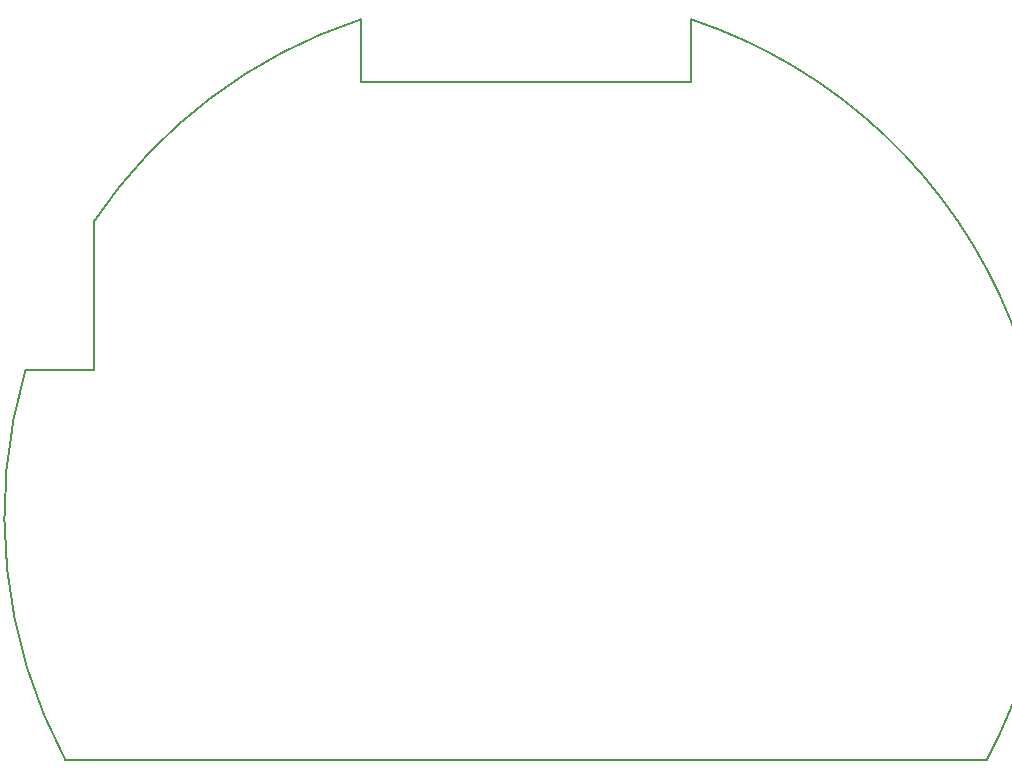
<source format=gbr>
%TF.GenerationSoftware,KiCad,Pcbnew,(6.0.2)*%
%TF.CreationDate,2022-04-01T12:33:14-04:00*%
%TF.ProjectId,ControlBoard,436f6e74-726f-46c4-926f-6172642e6b69,rev?*%
%TF.SameCoordinates,Original*%
%TF.FileFunction,Profile,NP*%
%FSLAX46Y46*%
G04 Gerber Fmt 4.6, Leading zero omitted, Abs format (unit mm)*
G04 Created by KiCad (PCBNEW (6.0.2)) date 2022-04-01 12:33:14*
%MOMM*%
%LPD*%
G01*
G04 APERTURE LIST*
%TA.AperFunction,Profile*%
%ADD10C,0.200000*%
%TD*%
G04 APERTURE END LIST*
D10*
X111000000Y-120800000D02*
X189000000Y-120800000D01*
X135995264Y-63350000D02*
X135995264Y-58077365D01*
X188999999Y-120800000D02*
G75*
G03*
X164004736Y-58077365I-38999999J20800000D01*
G01*
X164004736Y-63350000D02*
X135995264Y-63350000D01*
X164004736Y-63350000D02*
X164004736Y-58077365D01*
X107600000Y-87800000D02*
X113400000Y-87800000D01*
X135995264Y-58077365D02*
G75*
G03*
X113400000Y-75200000I13582027J-41392857D01*
G01*
X113400000Y-87800000D02*
X113400000Y-75200000D01*
X107600000Y-87800000D02*
G75*
G03*
X111000000Y-120800000I42100623J-12337512D01*
G01*
M02*

</source>
